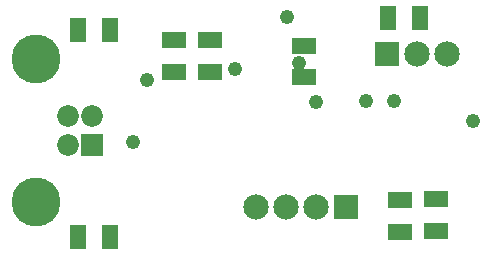
<source format=gbs>
G04 Layer_Color=16711935*
%FSLAX42Y42*%
%MOMM*%
G71*
G01*
G75*
%ADD27R,1.44X2.04*%
%ADD29C,1.84*%
%ADD30C,2.14*%
%ADD31R,2.14X2.14*%
%ADD32C,4.14*%
%ADD33R,1.84X1.84*%
%ADD34C,1.24*%
%ADD35R,2.04X1.44*%
D27*
X5100Y6250D02*
D03*
X4830D02*
D03*
X5100Y8000D02*
D03*
X4830D02*
D03*
X7455Y8100D02*
D03*
X7725D02*
D03*
D29*
X4950Y7275D02*
D03*
X4750D02*
D03*
Y7025D02*
D03*
D30*
X7704Y7800D02*
D03*
X7958D02*
D03*
X6338Y6500D02*
D03*
X6846D02*
D03*
X6592D02*
D03*
D31*
X7450Y7800D02*
D03*
X7100Y6500D02*
D03*
D32*
X4479Y6548D02*
D03*
Y7752D02*
D03*
D33*
X4950Y7025D02*
D03*
D34*
X5420Y7580D02*
D03*
X6160Y7670D02*
D03*
X6600Y8110D02*
D03*
X7510Y7400D02*
D03*
X7270D02*
D03*
X6850Y7390D02*
D03*
X5300Y7050D02*
D03*
X8179Y7231D02*
D03*
X6708Y7719D02*
D03*
D35*
X6750Y7870D02*
D03*
Y7600D02*
D03*
X5650Y7645D02*
D03*
Y7915D02*
D03*
X5950Y7645D02*
D03*
Y7915D02*
D03*
X7860Y6300D02*
D03*
Y6570D02*
D03*
X7560Y6295D02*
D03*
Y6565D02*
D03*
M02*

</source>
